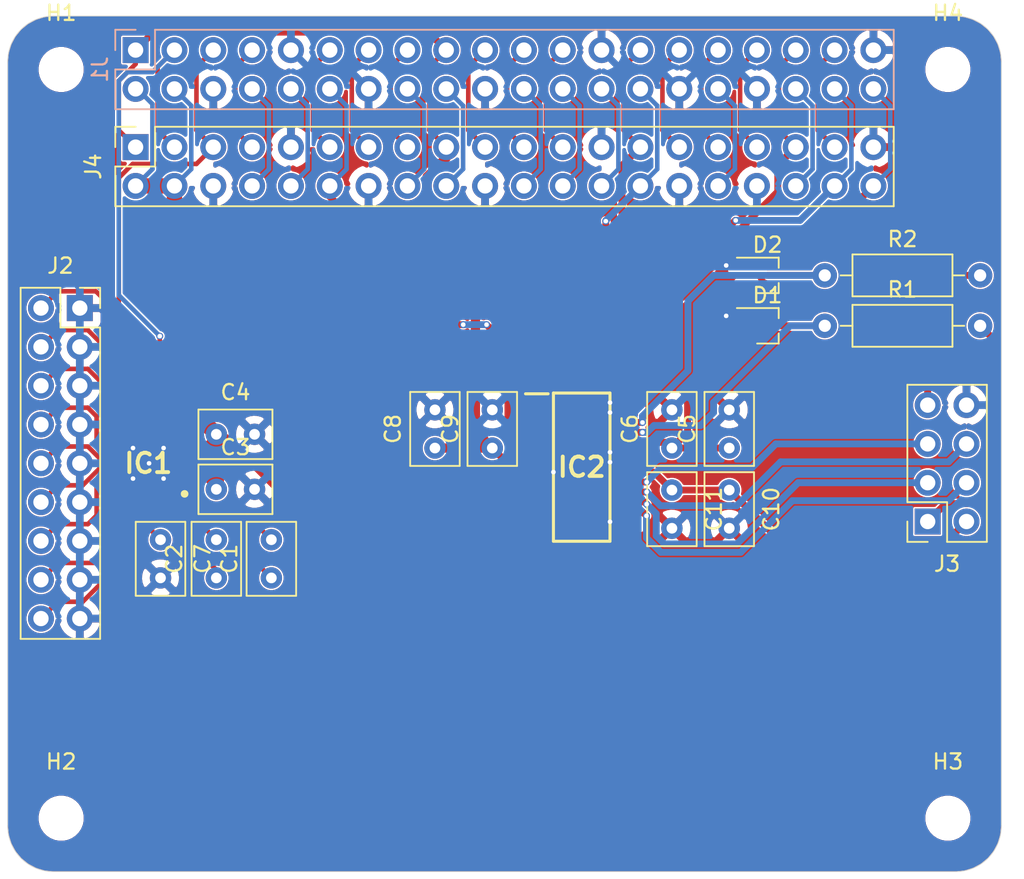
<source format=kicad_pcb>
(kicad_pcb (version 20171130) (host pcbnew "(5.1.10)-1")
  (layers (0 F.Cu signal) (31 B.Cu signal) (34 B.Paste user) (35 F.Paste user) (36 B.SilkS user) (37 F.SilkS user) (38 B.Mask user) (39 F.Mask user) (44 Edge.Cuts user))
  (net 0 "")
  (net 1 GND)
  (net 2 +3V3)
  (net 3 +5V)
  (net 4 /C1+)
  (net 5 /C1-)
  (net 6 /C2+)
  (net 7 /C2-)
  (net 8 /LED_VOUT)
  (net 9 /CODEC_VCOM)
  (net 10 /D1)
  (net 11 /D2)
  (net 12 /D3)
  (net 13 /D4)
  (net 14 /D5)
  (net 15 /D6)
  (net 16 /D7)
  (net 17 /D8)
  (net 18 /D9)
  (net 19 /SCL1)
  (net 20 /SDA1)
  (net 21 "Net-(IC1-Pad7)")
  (net 22 /CODEC_IN_R)
  (net 23 /CODEC_IN_L)
  (net 24 /CODEC_OUT_L+)
  (net 25 /CODEC_OUT_L-)
  (net 26 /CODEC_OUT_R+)
  (net 27 /CODEC_OUT_R-)
  (net 28 "Net-(IC2-Pad15)")
  (net 29 "Net-(IC2-Pad14)")
  (net 30 "Net-(IC2-Pad13)")
  (net 31 /PCM_DOUT)
  (net 32 "Net-(IC2-Pad11)")
  (net 33 "Net-(IC2-Pad10)")
  (net 34 "Net-(IC2-Pad9)")
  (net 35 "Net-(IC2-Pad6)")
  (net 36 /PCM_CLK)
  (net 37 /PCM_FS)
  (net 38 /PCM_DIN)
  (net 39 /SDA0)
  (net 40 /SCL0)
  (net 41 /GPIO26)
  (net 42 /GPIO16)
  (net 43 /GPIO13)
  (net 44 /GPIO12)
  (net 45 /GPIO06)
  (net 46 /GPIO05)
  (net 47 /GPIO7)
  (net 48 /GPIO08)
  (net 49 /GPIO11)
  (net 50 /GPIO25)
  (net 51 /GPIO09)
  (net 52 /GPIO10)
  (net 53 /GPIO24)
  (net 54 /GPIO23)
  (net 55 /GPIO22)
  (net 56 /GPIO27)
  (net 57 /GPIO17)
  (net 58 /GPIO15)
  (net 59 /GPIO14)
  (net 60 /GPIO04)
  (net 61 /AUDIO_IN_R)
  (net 62 /AUDIO_IN_L)
  (module Connector_PinHeader_2.54mm:PinHeader_2x20_P2.54mm_Vertical (layer B.Cu) (at 54.87 105.73 270)
    (fp_text reference J1 (at 1.27 2.33 90) (layer B.SilkS) (effects (justify mirror)))
    (fp_text value "GPIO Header")
    (pad 40 thru_hole oval (at 2.54 -48.26 270) (size 1.7 1.7) (drill 1) (layers *.Cu *.Mask) (net 31 /PCM_DOUT))
    (pad 39 thru_hole oval (at 0 -48.26 270) (size 1.7 1.7) (drill 1) (layers *.Cu *.Mask) (net 1 GND))
    (pad 38 thru_hole oval (at 2.54 -45.72 270) (size 1.7 1.7) (drill 1) (layers *.Cu *.Mask) (net 38 /PCM_DIN))
    (pad 37 thru_hole oval (at 0 -45.72 270) (size 1.7 1.7) (drill 1) (layers *.Cu *.Mask) (net 41 /GPIO26))
    (pad 36 thru_hole oval (at 2.54 -43.18 270) (size 1.7 1.7) (drill 1) (layers *.Cu *.Mask) (net 42 /GPIO16))
    (pad 35 thru_hole oval (at 0 -43.18 270) (size 1.7 1.7) (drill 1) (layers *.Cu *.Mask) (net 37 /PCM_FS))
    (pad 34 thru_hole oval (at 2.54 -40.64 270) (size 1.7 1.7) (drill 1) (layers *.Cu *.Mask) (net 1 GND))
    (pad 33 thru_hole oval (at 0 -40.64 270) (size 1.7 1.7) (drill 1) (layers *.Cu *.Mask) (net 43 /GPIO13))
    (pad 32 thru_hole oval (at 2.54 -38.1 270) (size 1.7 1.7) (drill 1) (layers *.Cu *.Mask) (net 44 /GPIO12))
    (pad 31 thru_hole oval (at 0 -38.1 270) (size 1.7 1.7) (drill 1) (layers *.Cu *.Mask) (net 45 /GPIO06))
    (pad 30 thru_hole oval (at 2.54 -35.56 270) (size 1.7 1.7) (drill 1) (layers *.Cu *.Mask) (net 1 GND))
    (pad 29 thru_hole oval (at 0 -35.56 270) (size 1.7 1.7) (drill 1) (layers *.Cu *.Mask) (net 46 /GPIO05))
    (pad 28 thru_hole oval (at 2.54 -33.02 270) (size 1.7 1.7) (drill 1) (layers *.Cu *.Mask) (net 40 /SCL0))
    (pad 27 thru_hole oval (at 0 -33.02 270) (size 1.7 1.7) (drill 1) (layers *.Cu *.Mask) (net 39 /SDA0))
    (pad 26 thru_hole oval (at 2.54 -30.48 270) (size 1.7 1.7) (drill 1) (layers *.Cu *.Mask) (net 47 /GPIO7))
    (pad 25 thru_hole oval (at 0 -30.48 270) (size 1.7 1.7) (drill 1) (layers *.Cu *.Mask) (net 1 GND))
    (pad 24 thru_hole oval (at 2.54 -27.94 270) (size 1.7 1.7) (drill 1) (layers *.Cu *.Mask) (net 48 /GPIO08))
    (pad 23 thru_hole oval (at 0 -27.94 270) (size 1.7 1.7) (drill 1) (layers *.Cu *.Mask) (net 49 /GPIO11))
    (pad 22 thru_hole oval (at 2.54 -25.4 270) (size 1.7 1.7) (drill 1) (layers *.Cu *.Mask) (net 50 /GPIO25))
    (pad 21 thru_hole oval (at 0 -25.4 270) (size 1.7 1.7) (drill 1) (layers *.Cu *.Mask) (net 51 /GPIO09))
    (pad 20 thru_hole oval (at 2.54 -22.86 270) (size 1.7 1.7) (drill 1) (layers *.Cu *.Mask) (net 1 GND))
    (pad 19 thru_hole oval (at 0 -22.86 270) (size 1.7 1.7) (drill 1) (layers *.Cu *.Mask) (net 52 /GPIO10))
    (pad 18 thru_hole oval (at 2.54 -20.32 270) (size 1.7 1.7) (drill 1) (layers *.Cu *.Mask) (net 53 /GPIO24))
    (pad 17 thru_hole oval (at 0 -20.32 270) (size 1.7 1.7) (drill 1) (layers *.Cu *.Mask) (net 2 +3V3))
    (pad 16 thru_hole oval (at 2.54 -17.78 270) (size 1.7 1.7) (drill 1) (layers *.Cu *.Mask) (net 54 /GPIO23))
    (pad 15 thru_hole oval (at 0 -17.78 270) (size 1.7 1.7) (drill 1) (layers *.Cu *.Mask) (net 55 /GPIO22))
    (pad 14 thru_hole oval (at 2.54 -15.24 270) (size 1.7 1.7) (drill 1) (layers *.Cu *.Mask) (net 1 GND))
    (pad 13 thru_hole oval (at 0 -15.24 270) (size 1.7 1.7) (drill 1) (layers *.Cu *.Mask) (net 56 /GPIO27))
    (pad 12 thru_hole oval (at 2.54 -12.7 270) (size 1.7 1.7) (drill 1) (layers *.Cu *.Mask) (net 36 /PCM_CLK))
    (pad 11 thru_hole oval (at 0 -12.7 270) (size 1.7 1.7) (drill 1) (layers *.Cu *.Mask) (net 57 /GPIO17))
    (pad 10 thru_hole oval (at 2.54 -10.16 270) (size 1.7 1.7) (drill 1) (layers *.Cu *.Mask) (net 58 /GPIO15))
    (pad 9 thru_hole oval (at 0 -10.16 270) (size 1.7 1.7) (drill 1) (layers *.Cu *.Mask) (net 1 GND))
    (pad 8 thru_hole oval (at 2.54 -7.62 270) (size 1.7 1.7) (drill 1) (layers *.Cu *.Mask) (net 59 /GPIO14))
    (pad 7 thru_hole oval (at 0 -7.62 270) (size 1.7 1.7) (drill 1) (layers *.Cu *.Mask) (net 60 /GPIO04))
    (pad 6 thru_hole oval (at 2.54 -5.08 270) (size 1.7 1.7) (drill 1) (layers *.Cu *.Mask) (net 1 GND))
    (pad 5 thru_hole oval (at 0 -5.08 270) (size 1.7 1.7) (drill 1) (layers *.Cu *.Mask) (net 19 /SCL1))
    (pad 4 thru_hole oval (at 2.54 -2.54 270) (size 1.7 1.7) (drill 1) (layers *.Cu *.Mask) (net 3 +5V))
    (pad 3 thru_hole oval (at 0 -2.54 270) (size 1.7 1.7) (drill 1) (layers *.Cu *.Mask) (net 20 /SDA1))
    (pad 2 thru_hole oval (at 2.54 0 270) (size 1.7 1.7) (drill 1) (layers *.Cu *.Mask) (net 3 +5V))
    (pad 1 thru_hole rect (at 0 0 270) (size 1.7 1.7) (drill 1) (layers *.Cu *.Mask) (net 2 +3V3))
  )
  (module Resistor_THT:R_Axial_DIN0207_L6.3mm_D2.5mm_P10.16mm_Horizontal (layer F.Cu) (at 99.95 123.775)
    (fp_text reference R1 (at 5.08 -2.37) (layer F.SilkS))
    (fp_text value 100)
    (pad 2 thru_hole oval (at 10.16 0) (size 1.6 1.6) (drill 0.8) (layers *.Cu *.Mask) (net 62 /AUDIO_IN_L))
    (pad 1 thru_hole circle (at 0 0) (size 1.6 1.6) (drill 0.8) (layers *.Cu *.Mask) (net 23 /CODEC_IN_L))
  )
  (module Capacitor_THT:C_Rect_L4.6mm_W3.0mm_P2.50mm_MKS02_FKP02 (layer F.Cu) (at 89.95 134.525 270)
    (fp_text reference C11 (at 1.25 -2.75 90) (layer F.SilkS))
    (fp_text value 100nF)
    (pad 2 thru_hole circle (at 2.5 0 270) (size 1.4 1.4) (drill 0.7) (layers *.Cu *.Mask) (net 1 GND))
    (pad 1 thru_hole circle (at 0 0 270) (size 1.4 1.4) (drill 0.7) (layers *.Cu *.Mask) (net 9 /CODEC_VCOM))
  )
  (module Capacitor_THT:C_Rect_L4.6mm_W3.0mm_P2.50mm_MKS02_FKP02 (layer F.Cu) (at 93.7 134.525 270)
    (fp_text reference C10 (at 1.25 -2.75 90) (layer F.SilkS))
    (fp_text value 10uF)
    (pad 2 thru_hole circle (at 2.5 0 270) (size 1.4 1.4) (drill 0.7) (layers *.Cu *.Mask) (net 1 GND))
    (pad 1 thru_hole circle (at 0 0 270) (size 1.4 1.4) (drill 0.7) (layers *.Cu *.Mask) (net 9 /CODEC_VCOM))
  )
  (module Capacitor_THT:C_Rect_L4.6mm_W3.0mm_P2.50mm_MKS02_FKP02 (layer F.Cu) (at 78.2 131.775 90)
    (fp_text reference C9 (at 1.25 -2.75 90) (layer F.SilkS))
    (fp_text value 100nF)
    (pad 2 thru_hole circle (at 2.5 0 90) (size 1.4 1.4) (drill 0.7) (layers *.Cu *.Mask) (net 1 GND))
    (pad 1 thru_hole circle (at 0 0 90) (size 1.4 1.4) (drill 0.7) (layers *.Cu *.Mask) (net 2 +3V3))
  )
  (module Capacitor_THT:C_Rect_L4.6mm_W3.0mm_P2.50mm_MKS02_FKP02 (layer F.Cu) (at 74.45 131.775 90)
    (fp_text reference C8 (at 1.25 -2.75 90) (layer F.SilkS))
    (fp_text value 10uF)
    (pad 2 thru_hole circle (at 2.5 0 90) (size 1.4 1.4) (drill 0.7) (layers *.Cu *.Mask) (net 1 GND))
    (pad 1 thru_hole circle (at 0 0 90) (size 1.4 1.4) (drill 0.7) (layers *.Cu *.Mask) (net 2 +3V3))
  )
  (module Capacitor_THT:C_Rect_L4.6mm_W3.0mm_P2.50mm_MKS02_FKP02 (layer F.Cu) (at 56.5 137.775 270)
    (fp_text reference C7 (at 1.25 -2.75 90) (layer F.SilkS))
    (fp_text value 1uF)
    (pad 2 thru_hole circle (at 2.5 0 270) (size 1.4 1.4) (drill 0.7) (layers *.Cu *.Mask) (net 1 GND))
    (pad 1 thru_hole circle (at 0 0 270) (size 1.4 1.4) (drill 0.7) (layers *.Cu *.Mask) (net 8 /LED_VOUT))
  )
  (module Capacitor_THT:C_Rect_L4.6mm_W3.0mm_P2.50mm_MKS02_FKP02 (layer F.Cu) (at 89.95 131.775 90)
    (fp_text reference C6 (at 1.25 -2.75 90) (layer F.SilkS))
    (fp_text value 100nF)
    (pad 2 thru_hole circle (at 2.5 0 90) (size 1.4 1.4) (drill 0.7) (layers *.Cu *.Mask) (net 1 GND))
    (pad 1 thru_hole circle (at 0 0 90) (size 1.4 1.4) (drill 0.7) (layers *.Cu *.Mask) (net 3 +5V))
  )
  (module Capacitor_THT:C_Rect_L4.6mm_W3.0mm_P2.50mm_MKS02_FKP02 (layer F.Cu) (at 93.7 131.775 90)
    (fp_text reference C5 (at 1.25 -2.75 90) (layer F.SilkS))
    (fp_text value 10uF)
    (pad 2 thru_hole circle (at 2.5 0 90) (size 1.4 1.4) (drill 0.7) (layers *.Cu *.Mask) (net 1 GND))
    (pad 1 thru_hole circle (at 0 0 90) (size 1.4 1.4) (drill 0.7) (layers *.Cu *.Mask) (net 3 +5V))
  )
  (module Capacitor_THT:C_Rect_L4.6mm_W3.0mm_P2.50mm_MKS02_FKP02 (layer F.Cu) (at 60.15 130.875)
    (fp_text reference C4 (at 1.25 -2.75) (layer F.SilkS))
    (fp_text value 1uF)
    (pad 2 thru_hole circle (at 2.5 0) (size 1.4 1.4) (drill 0.7) (layers *.Cu *.Mask) (net 1 GND))
    (pad 1 thru_hole circle (at 0 0) (size 1.4 1.4) (drill 0.7) (layers *.Cu *.Mask) (net 3 +5V))
  )
  (module Capacitor_THT:C_Rect_L4.6mm_W3.0mm_P2.50mm_MKS02_FKP02 (layer F.Cu) (at 60.15 134.475)
    (fp_text reference C3 (at 1.25 -2.75) (layer F.SilkS))
    (fp_text value 100nF)
    (pad 2 thru_hole circle (at 2.5 0) (size 1.4 1.4) (drill 0.7) (layers *.Cu *.Mask) (net 1 GND))
    (pad 1 thru_hole circle (at 0 0) (size 1.4 1.4) (drill 0.7) (layers *.Cu *.Mask) (net 3 +5V))
  )
  (module Capacitor_THT:C_Rect_L4.6mm_W3.0mm_P2.50mm_MKS02_FKP02 (layer F.Cu) (at 60.15 140.275 90)
    (fp_text reference C2 (at 1.25 -2.75 90) (layer F.SilkS))
    (fp_text value 470nF)
    (pad 2 thru_hole circle (at 2.5 0 90) (size 1.4 1.4) (drill 0.7) (layers *.Cu *.Mask) (net 6 /C2+))
    (pad 1 thru_hole circle (at 0 0 90) (size 1.4 1.4) (drill 0.7) (layers *.Cu *.Mask) (net 7 /C2-))
  )
  (module Capacitor_THT:C_Rect_L4.6mm_W3.0mm_P2.50mm_MKS02_FKP02 (layer F.Cu) (at 63.75 140.275 90)
    (fp_text reference C1 (at 1.25 -2.75 90) (layer F.SilkS))
    (fp_text value 470nF)
    (pad 2 thru_hole circle (at 2.5 0 90) (size 1.4 1.4) (drill 0.7) (layers *.Cu *.Mask) (net 4 /C1+))
    (pad 1 thru_hole circle (at 0 0 90) (size 1.4 1.4) (drill 0.7) (layers *.Cu *.Mask) (net 5 /C1-))
  )
  (module Connector_PinSocket_2.54mm:PinSocket_2x09_P2.54mm_Vertical (layer F.Cu) (at 51.22 122.615)
    (fp_text reference J2 (at -1.27 -2.77) (layer F.SilkS))
    (fp_text value "LED Socket")
    (pad 18 thru_hole oval (at -2.54 20.32) (size 1.7 1.7) (drill 1) (layers *.Cu *.Mask) (net 10 /D1))
    (pad 17 thru_hole oval (at 0 20.32) (size 1.7 1.7) (drill 1) (layers *.Cu *.Mask) (net 1 GND))
    (pad 16 thru_hole oval (at -2.54 17.78) (size 1.7 1.7) (drill 1) (layers *.Cu *.Mask) (net 11 /D2))
    (pad 15 thru_hole oval (at 0 17.78) (size 1.7 1.7) (drill 1) (layers *.Cu *.Mask) (net 1 GND))
    (pad 14 thru_hole oval (at -2.54 15.24) (size 1.7 1.7) (drill 1) (layers *.Cu *.Mask) (net 12 /D3))
    (pad 13 thru_hole oval (at 0 15.24) (size 1.7 1.7) (drill 1) (layers *.Cu *.Mask) (net 1 GND))
    (pad 12 thru_hole oval (at -2.54 12.7) (size 1.7 1.7) (drill 1) (layers *.Cu *.Mask) (net 13 /D4))
    (pad 11 thru_hole oval (at 0 12.7) (size 1.7 1.7) (drill 1) (layers *.Cu *.Mask) (net 1 GND))
    (pad 10 thru_hole oval (at -2.54 10.16) (size 1.7 1.7) (drill 1) (layers *.Cu *.Mask) (net 14 /D5))
    (pad 9 thru_hole oval (at 0 10.16) (size 1.7 1.7) (drill 1) (layers *.Cu *.Mask) (net 1 GND))
    (pad 8 thru_hole oval (at -2.54 7.62) (size 1.7 1.7) (drill 1) (layers *.Cu *.Mask) (net 15 /D6))
    (pad 7 thru_hole oval (at 0 7.62) (size 1.7 1.7) (drill 1) (layers *.Cu *.Mask) (net 1 GND))
    (pad 6 thru_hole oval (at -2.54 5.08) (size 1.7 1.7) (drill 1) (layers *.Cu *.Mask) (net 16 /D7))
    (pad 5 thru_hole oval (at 0 5.08) (size 1.7 1.7) (drill 1) (layers *.Cu *.Mask) (net 1 GND))
    (pad 4 thru_hole oval (at -2.54 2.54) (size 1.7 1.7) (drill 1) (layers *.Cu *.Mask) (net 17 /D8))
    (pad 3 thru_hole oval (at 0 2.54) (size 1.7 1.7) (drill 1) (layers *.Cu *.Mask) (net 1 GND))
    (pad 2 thru_hole oval (at -2.54 0) (size 1.7 1.7) (drill 1) (layers *.Cu *.Mask) (net 18 /D9))
    (pad 1 thru_hole rect (at 0 0) (size 1.7 1.7) (drill 1) (layers *.Cu *.Mask) (net 1 GND))
  )
  (module Connector_PinSocket_2.54mm:PinSocket_2x04_P2.54mm_Vertical (layer F.Cu) (at 106.68 136.585 180)
    (fp_text reference J3 (at -1.27 -2.77) (layer F.SilkS))
    (fp_text value "Audio IO Socket")
    (pad 8 thru_hole oval (at -2.54 7.62 180) (size 1.7 1.7) (drill 1) (layers *.Cu *.Mask) (net 1 GND))
    (pad 7 thru_hole oval (at 0 7.62 180) (size 1.7 1.7) (drill 1) (layers *.Cu *.Mask) (net 61 /AUDIO_IN_R))
    (pad 6 thru_hole oval (at -2.54 5.08 180) (size 1.7 1.7) (drill 1) (layers *.Cu *.Mask) (net 25 /CODEC_OUT_L-))
    (pad 5 thru_hole oval (at 0 5.08 180) (size 1.7 1.7) (drill 1) (layers *.Cu *.Mask) (net 24 /CODEC_OUT_L+))
    (pad 4 thru_hole oval (at -2.54 2.54 180) (size 1.7 1.7) (drill 1) (layers *.Cu *.Mask) (net 27 /CODEC_OUT_R-))
    (pad 3 thru_hole oval (at 0 2.54 180) (size 1.7 1.7) (drill 1) (layers *.Cu *.Mask) (net 26 /CODEC_OUT_R+))
    (pad 2 thru_hole oval (at -2.54 0 180) (size 1.7 1.7) (drill 1) (layers *.Cu *.Mask) (net 9 /CODEC_VCOM))
    (pad 1 thru_hole rect (at 0 0 180) (size 1.7 1.7) (drill 1) (layers *.Cu *.Mask) (net 62 /AUDIO_IN_L))
  )
  (module Package_TO_SOT_SMD:SOT-323_SC-70_Handsoldering (layer F.Cu) (at 96.2 120.475)
    (fp_text reference D2 (at 0 -2) (layer F.SilkS))
    (fp_text value BAT54S)
    (pad 3 smd rect (at 1.33 0 270) (size 0.45 1.5) (layers F.Cu F.Paste F.Mask) (net 22 /CODEC_IN_R))
    (pad 2 smd rect (at -1.33 0.65 270) (size 0.45 1.5) (layers F.Cu F.Paste F.Mask) (net 3 +5V))
    (pad 1 smd rect (at -1.33 -0.65 270) (size 0.45 1.5) (layers F.Cu F.Paste F.Mask) (net 1 GND))
  )
  (module Package_TO_SOT_SMD:SOT-323_SC-70_Handsoldering (layer F.Cu) (at 96.2 123.775)
    (fp_text reference D1 (at 0 -2) (layer F.SilkS))
    (fp_text value BAT54S)
    (pad 3 smd rect (at 1.33 0 270) (size 0.45 1.5) (layers F.Cu F.Paste F.Mask) (net 23 /CODEC_IN_L))
    (pad 2 smd rect (at -1.33 0.65 270) (size 0.45 1.5) (layers F.Cu F.Paste F.Mask) (net 3 +5V))
    (pad 1 smd rect (at -1.33 -0.65 270) (size 0.45 1.5) (layers F.Cu F.Paste F.Mask) (net 1 GND))
  )
  (module Omat:MountingHole_2.75mm_M2.5 (layer F.Cu) (at 108 156)
    (fp_text reference H3 (at 0 -3.7) (layer F.SilkS))
    (fp_text value MountingHole)
    (pad "" np_thru_hole circle (at 0 0) (size 2.75 2.75) (drill 2.75) (layers *.Cu *.Mask))
  )
  (module Resistor_THT:R_Axial_DIN0207_L6.3mm_D2.5mm_P10.16mm_Horizontal (layer F.Cu) (at 99.95 120.475)
    (fp_text reference R2 (at 5.08 -2.37) (layer F.SilkS))
    (fp_text value 100)
    (pad 2 thru_hole oval (at 10.16 0) (size 1.6 1.6) (drill 0.8) (layers *.Cu *.Mask) (net 61 /AUDIO_IN_R))
    (pad 1 thru_hole circle (at 0 0) (size 1.6 1.6) (drill 0.8) (layers *.Cu *.Mask) (net 22 /CODEC_IN_R))
  )
  (module Connector_PinSocket_2.54mm:PinSocket_2x20_P2.54mm_Vertical (layer F.Cu) (at 54.87 112.08 90)
    (fp_text reference J4 (at -1.27 -2.77 90) (layer F.SilkS))
    (fp_text value "GPIO Socket")
    (pad 40 thru_hole oval (at -2.54 48.26 90) (size 1.7 1.7) (drill 1) (layers *.Cu *.Mask) (net 31 /PCM_DOUT))
    (pad 39 thru_hole oval (at 0 48.26 90) (size 1.7 1.7) (drill 1) (layers *.Cu *.Mask) (net 1 GND))
    (pad 38 thru_hole oval (at -2.54 45.72 90) (size 1.7 1.7) (drill 1) (layers *.Cu *.Mask) (net 38 /PCM_DIN))
    (pad 37 thru_hole oval (at 0 45.72 90) (size 1.7 1.7) (drill 1) (layers *.Cu *.Mask) (net 41 /GPIO26))
    (pad 36 thru_hole oval (at -2.54 43.18 90) (size 1.7 1.7) (drill 1) (layers *.Cu *.Mask) (net 42 /GPIO16))
    (pad 35 thru_hole oval (at 0 43.18 90) (size 1.7 1.7) (drill 1) (layers *.Cu *.Mask) (net 37 /PCM_FS))
    (pad 34 thru_hole oval (at -2.54 40.64 90) (size 1.7 1.7) (drill 1) (layers *.Cu *.Mask) (net 1 GND))
    (pad 33 thru_hole oval (at 0 40.64 90) (size 1.7 1.7) (drill 1) (layers *.Cu *.Mask) (net 43 /GPIO13))
    (pad 32 thru_hole oval (at -2.54 38.1 90) (size 1.7 1.7) (drill 1) (layers *.Cu *.Mask) (net 44 /GPIO12))
    (pad 31 thru_hole oval (at 0 38.1 90) (size 1.7 1.7) (drill 1) (layers *.Cu *.Mask) (net 45 /GPIO06))
    (pad 30 thru_hole oval (at -2.54 35.56 90) (size 1.7 1.7) (drill 1) (layers *.Cu *.Mask) (net 1 GND))
    (pad 29 thru_hole oval (at 0 35.56 90) (size 1.7 1.7) (drill 1) (layers *.Cu *.Mask) (net 46 /GPIO05))
    (pad 28 thru_hole oval (at -2.54 33.02 90) (size 1.7 1.7) (drill 1) (layers *.Cu *.Mask) (net 40 /SCL0))
    (pad 27 thru_hole oval (at 0 33.02 90) (size 1.7 1.7) (drill 1) (layers *.Cu *.Mask) (net 39 /SDA0))
    (pad 26 thru_hole oval (at -2.54 30.48 90) (size 1.7 1.7) (drill 1) (layers *.Cu *.Mask) (net 47 /GPIO7))
    (pad 25 thru_hole oval (at 0 30.48 90) (size 1.7 1.7) (drill 1) (layers *.Cu *.Mask) (net 1 GND))
    (pad 24 thru_hole oval (at -2.54 27.94 90) (size 1.7 1.7) (drill 1) (layers *.Cu *.Mask) (net 48 /GPIO08))
    (pad 23 thru_hole oval (at 0 27.94 90) (size 1.7 1.7) (drill 1) (layers *.Cu *.Mask) (net 49 /GPIO11))
    (pad 22 thru_hole oval (at -2.54 25.4 90) (size 1.7 1.7) (drill 1) (layers *.Cu *.Mask) (net 50 /GPIO25))
    (pad 21 thru_hole oval (at 0 25.4 90) (size 1.7 1.7) (drill 1) (layers *.Cu *.Mask) (net 51 /GPIO09))
    (pad 20 thru_hole oval (at -2.54 22.86 90) (size 1.7 1.7) (drill 1) (layers *.Cu *.Mask) (net 1 GND))
    (pad 19 thru_hole oval (at 0 22.86 90) (size 1.7 1.7) (drill 1) (layers *.Cu *.Mask) (net 52 /GPIO10))
    (pad 18 thru_hole oval (at -2.54 20.32 90) (size 1.7 1.7) (drill 1) (layers *.Cu *.Mask) (net 53 /GPIO24))
    (pad 17 thru_hole oval (at 0 20.32 90) (size 1.7 1.7) (drill 1) (layers *.Cu *.Mask) (net 2 +3V3))
    (pad 16 thru_hole oval (at -2.54 17.78 90) (size 1.7 1.7) (drill 1) (layers *.Cu *.Mask) (net 54 /GPIO23))
    (pad 15 thru_hole oval (at 0 17.78 90) (size 1.7 1.7) (drill 1) (layers *.Cu *.Mask) (net 55 /GPIO22))
    (pad 14 thru_hole oval (at -2.54 15.24 90) (size 1.7 1.7) (drill 1) (layers *.Cu *.Mask) (net 1 GND))
    (pad 13 thru_hole oval (at 0 15.24 90) (size 1.7 1.7) (drill 1) (layers *.Cu *.Mask) (net 56 /GPIO27))
    (pad 12 thru_hole oval (at -2.54 12.7 90) (size 1.7 1.7) (drill 1) (layers *.Cu *.Mask) (net 36 /PCM_CLK))
    (pad 11 thru_hole oval (at 0 12.7 90) (size 1.7 1.7) (drill 1) (layers *.Cu *.Mask) (net 57 /GPIO17))
    (pad 10 thru_hole oval (at -2.54 10.16 90) (size 1.7 1.7) (drill 1) (layers *.Cu *.Mask) (net 58 /GPIO15))
    (pad 9 thru_hole oval (at 0 10.16 90) (size 1.7 1.7) (drill 1) (layers *.Cu *.Mask) (net 1 GND))
    (pad 8 thru_hole oval (at -2.54 7.62 90) (size 1.7 1.7) (drill 1) (layers *.Cu *.Mask) (net 59 /GPIO14))
    (pad 7 thru_hole oval (at 0 7.62 90) (size 1.7 1.7) (drill 1) (layers *.Cu *.Mask) (net 60 /GPIO04))
    (pad 6 thru_hole oval (at -2.54 5.08 90) (size 1.7 1.7) (drill 1) (layers *.Cu *.Mask) (net 1 GND))
    (pad 5 thru_hole oval (at 0 5.08 90) (size 1.7 1.7) (drill 1) (layers *.Cu *.Mask) (net 19 /SCL1))
    (pad 4 thru_hole oval (at -2.54 2.54 90) (size 1.7 1.7) (drill 1) (layers *.Cu *.Mask) (net 3 +5V))
    (pad 3 thru_hole oval (at 0 2.54 90) (size 1.7 1.7) (drill 1) (layers *.Cu *.Mask) (net 20 /SDA1))
    (pad 2 thru_hole oval (at -2.54 0 90) (size 1.7 1.7) (drill 1) (layers *.Cu *.Mask) (net 3 +5V))
    (pad 1 thru_hole rect (at 0 0 90) (size 1.7 1.7) (drill 1) (layers *.Cu *.Mask) (net 2 +3V3))
  )
  (module SamacSys:SOP65P640X120-28N (layer F.Cu) (at 84.05 133.025)
    (fp_text reference IC2 (at 0 0) (layer F.SilkS) (effects (font (size 1.27 1.27) (thickness 0.254))))
    (fp_text value PCM3060PW hide)
    (pad 28 smd rect (at 2.938 -4.225 90) (size 0.45 1.475) (layers F.Cu F.Paste F.Mask) (net 1 GND))
    (pad 27 smd rect (at 2.938 -3.575 90) (size 0.45 1.475) (layers F.Cu F.Paste F.Mask) (net 1 GND))
    (pad 26 smd rect (at 2.938 -2.925 90) (size 0.45 1.475) (layers F.Cu F.Paste F.Mask) (net 22 /CODEC_IN_R))
    (pad 25 smd rect (at 2.938 -2.275 90) (size 0.45 1.475) (layers F.Cu F.Paste F.Mask) (net 23 /CODEC_IN_L))
    (pad 24 smd rect (at 2.938 -1.625 90) (size 0.45 1.475) (layers F.Cu F.Paste F.Mask) (net 3 +5V))
    (pad 23 smd rect (at 2.938 -0.975 90) (size 0.45 1.475) (layers F.Cu F.Paste F.Mask) (net 1 GND))
    (pad 22 smd rect (at 2.938 -0.325 90) (size 0.45 1.475) (layers F.Cu F.Paste F.Mask) (net 1 GND))
    (pad 21 smd rect (at 2.938 0.325 90) (size 0.45 1.475) (layers F.Cu F.Paste F.Mask) (net 9 /CODEC_VCOM))
    (pad 20 smd rect (at 2.938 0.975 90) (size 0.45 1.475) (layers F.Cu F.Paste F.Mask) (net 24 /CODEC_OUT_L+))
    (pad 19 smd rect (at 2.938 1.625 90) (size 0.45 1.475) (layers F.Cu F.Paste F.Mask) (net 25 /CODEC_OUT_L-))
    (pad 18 smd rect (at 2.938 2.275 90) (size 0.45 1.475) (layers F.Cu F.Paste F.Mask) (net 26 /CODEC_OUT_R+))
    (pad 17 smd rect (at 2.938 2.925 90) (size 0.45 1.475) (layers F.Cu F.Paste F.Mask) (net 27 /CODEC_OUT_R-))
    (pad 16 smd rect (at 2.938 3.575 90) (size 0.45 1.475) (layers F.Cu F.Paste F.Mask) (net 1 GND))
    (pad 15 smd rect (at 2.938 4.225 90) (size 0.45 1.475) (layers F.Cu F.Paste F.Mask) (net 28 "Net-(IC2-Pad15)"))
    (pad 14 smd rect (at -2.938 4.225 90) (size 0.45 1.475) (layers F.Cu F.Paste F.Mask) (net 29 "Net-(IC2-Pad14)"))
    (pad 13 smd rect (at -2.938 3.575 90) (size 0.45 1.475) (layers F.Cu F.Paste F.Mask) (net 30 "Net-(IC2-Pad13)"))
    (pad 12 smd rect (at -2.938 2.925 90) (size 0.45 1.475) (layers F.Cu F.Paste F.Mask) (net 31 /PCM_DOUT))
    (pad 11 smd rect (at -2.938 2.275 90) (size 0.45 1.475) (layers F.Cu F.Paste F.Mask) (net 32 "Net-(IC2-Pad11)"))
    (pad 10 smd rect (at -2.938 1.625 90) (size 0.45 1.475) (layers F.Cu F.Paste F.Mask) (net 33 "Net-(IC2-Pad10)"))
    (pad 9 smd rect (at -2.938 0.975 90) (size 0.45 1.475) (layers F.Cu F.Paste F.Mask) (net 34 "Net-(IC2-Pad9)"))
    (pad 8 smd rect (at -2.938 0.325 90) (size 0.45 1.475) (layers F.Cu F.Paste F.Mask) (net 1 GND))
    (pad 7 smd rect (at -2.938 -0.325 90) (size 0.45 1.475) (layers F.Cu F.Paste F.Mask) (net 2 +3V3))
    (pad 6 smd rect (at -2.938 -0.975 90) (size 0.45 1.475) (layers F.Cu F.Paste F.Mask) (net 35 "Net-(IC2-Pad6)"))
    (pad 5 smd rect (at -2.938 -1.625 90) (size 0.45 1.475) (layers F.Cu F.Paste F.Mask) (net 36 /PCM_CLK))
    (pad 4 smd rect (at -2.938 -2.275 90) (size 0.45 1.475) (layers F.Cu F.Paste F.Mask) (net 37 /PCM_FS))
    (pad 3 smd rect (at -2.938 -2.925 90) (size 0.45 1.475) (layers F.Cu F.Paste F.Mask) (net 38 /PCM_DIN))
    (pad 2 smd rect (at -2.938 -3.575 90) (size 0.45 1.475) (layers F.Cu F.Paste F.Mask) (net 39 /SDA0))
    (pad 1 smd rect (at -2.938 -4.225 90) (size 0.45 1.475) (layers F.Cu F.Paste F.Mask) (net 40 /SCL0))
  )
  (module SamacSys:QFN50P400X400X80-25N (layer F.Cu) (at 55.7 132.775 180)
    (fp_text reference IC1 (at 0 0) (layer F.SilkS) (effects (font (size 1.27 1.27) (thickness 0.254))))
    (fp_text value LP55231 hide)
    (pad 25 smd rect (at 0 0 180) (size 2.7 2.7) (layers F.Cu F.Paste F.Mask) (net 1 GND))
    (pad 24 smd rect (at -1.25 -1.95 180) (size 0.3 0.85) (layers F.Cu F.Paste F.Mask) (net 5 /C1-))
    (pad 23 smd rect (at -0.75 -1.95 180) (size 0.3 0.85) (layers F.Cu F.Paste F.Mask) (net 7 /C2-))
    (pad 22 smd rect (at -0.25 -1.95 180) (size 0.3 0.85) (layers F.Cu F.Paste F.Mask) (net 8 /LED_VOUT))
    (pad 21 smd rect (at 0.25 -1.95 180) (size 0.3 0.85) (layers F.Cu F.Paste F.Mask) (net 1 GND))
    (pad 20 smd rect (at 0.75 -1.95 180) (size 0.3 0.85) (layers F.Cu F.Paste F.Mask) (net 1 GND))
    (pad 19 smd rect (at 1.25 -1.95 180) (size 0.3 0.85) (layers F.Cu F.Paste F.Mask) (net 10 /D1))
    (pad 18 smd rect (at 1.95 -1.25 270) (size 0.3 0.85) (layers F.Cu F.Paste F.Mask) (net 11 /D2))
    (pad 17 smd rect (at 1.95 -0.75 270) (size 0.3 0.85) (layers F.Cu F.Paste F.Mask) (net 12 /D3))
    (pad 16 smd rect (at 1.95 -0.25 270) (size 0.3 0.85) (layers F.Cu F.Paste F.Mask) (net 13 /D4))
    (pad 15 smd rect (at 1.95 0.25 270) (size 0.3 0.85) (layers F.Cu F.Paste F.Mask) (net 14 /D5))
    (pad 14 smd rect (at 1.95 0.75 270) (size 0.3 0.85) (layers F.Cu F.Paste F.Mask) (net 15 /D6))
    (pad 13 smd rect (at 1.95 1.25 270) (size 0.3 0.85) (layers F.Cu F.Paste F.Mask) (net 16 /D7))
    (pad 12 smd rect (at 1.25 1.95 180) (size 0.3 0.85) (layers F.Cu F.Paste F.Mask) (net 17 /D8))
    (pad 11 smd rect (at 0.75 1.95 180) (size 0.3 0.85) (layers F.Cu F.Paste F.Mask) (net 18 /D9))
    (pad 10 smd rect (at 0.25 1.95 180) (size 0.3 0.85) (layers F.Cu F.Paste F.Mask) (net 1 GND))
    (pad 9 smd rect (at -0.25 1.95 180) (size 0.3 0.85) (layers F.Cu F.Paste F.Mask) (net 19 /SCL1))
    (pad 8 smd rect (at -0.75 1.95 180) (size 0.3 0.85) (layers F.Cu F.Paste F.Mask) (net 20 /SDA1))
    (pad 7 smd rect (at -1.25 1.95 180) (size 0.3 0.85) (layers F.Cu F.Paste F.Mask) (net 21 "Net-(IC1-Pad7)"))
    (pad 6 smd rect (at -1.95 1.25 270) (size 0.3 0.85) (layers F.Cu F.Paste F.Mask) (net 1 GND))
    (pad 5 smd rect (at -1.95 0.75 270) (size 0.3 0.85) (layers F.Cu F.Paste F.Mask) (net 3 +5V))
    (pad 4 smd rect (at -1.95 0.25 270) (size 0.3 0.85) (layers F.Cu F.Paste F.Mask) (net 1 GND))
    (pad 3 smd rect (at -1.95 -0.25 270) (size 0.3 0.85) (layers F.Cu F.Paste F.Mask) (net 3 +5V))
    (pad 2 smd rect (at -1.95 -0.75 270) (size 0.3 0.85) (layers F.Cu F.Paste F.Mask) (net 4 /C1+))
    (pad 1 smd rect (at -1.95 -1.25 270) (size 0.3 0.85) (layers F.Cu F.Paste F.Mask) (net 6 /C2+))
  )
  (module Omat:MountingHole_2.75mm_M2.5 (layer F.Cu) (at 108 107)
    (fp_text reference H4 (at 0 -3.7) (layer F.SilkS))
    (fp_text value MountingHole)
    (pad "" np_thru_hole circle (at 0 0) (size 2.75 2.75) (drill 2.75) (layers *.Cu *.Mask))
  )
  (module Omat:MountingHole_2.75mm_M2.5 (layer F.Cu) (at 50 156)
    (fp_text reference H2 (at 0 -3.7) (layer F.SilkS))
    (fp_text value MountingHole)
    (pad "" np_thru_hole circle (at 0 0) (size 2.75 2.75) (drill 2.75) (layers *.Cu *.Mask))
  )
  (module Omat:MountingHole_2.75mm_M2.5 (layer F.Cu) (at 50 107)
    (fp_text reference H1 (at 0 -3.7) (layer F.SilkS))
    (fp_text value MountingHole)
    (pad "" np_thru_hole circle (at 0 0) (size 2.75 2.75) (drill 2.75) (layers *.Cu *.Mask))
  )
  (gr_line (start 46.5 156.5) (end 46.5 106.5) (layer Edge.Cuts) (width 0.05))
  (gr_line (start 108.5 159.5) (end 49.5 159.5) (layer Edge.Cuts) (width 0.05))
  (gr_line (start 111.5 106.5) (end 111.5 156.5) (layer Edge.Cuts) (width 0.05))
  (gr_line (start 49.5 103.5) (end 108.5 103.5) (layer Edge.Cuts) (width 0.05))
  (gr_arc (start 49.5 156.5) (end 46.5 156.5) (angle -90) (layer Edge.Cuts) (width 0.05))
  (gr_arc (start 108.5 156.5) (end 108.5 159.5) (angle -90) (layer Edge.Cuts) (width 0.05))
  (gr_arc (start 108.5 106.5) (end 111.5 106.5) (angle -90) (layer Edge.Cuts) (width 0.05))
  (gr_arc (start 49.5 106.5) (end 49.5 103.5) (angle -90) (layer Edge.Cuts) (width 0.05))
  (via (at 54.7 133.775) (size 0.45) (drill 0.3) (layers F.Cu B.Cu) (net 1))
  (via (at 54.7 131.775) (size 0.45) (drill 0.3) (layers F.Cu B.Cu) (net 1))
  (via (at 56.7 131.775) (size 0.45) (drill 0.3) (layers F.Cu B.Cu) (net 1))
  (via (at 56.7 133.775) (size 0.45) (drill 0.3) (layers F.Cu B.Cu) (net 1))
  (via (at 55.75 132.775) (size 0.45) (drill 0.3) (layers F.Cu B.Cu) (net 1))
  (via (at 85.9 136.6) (size 0.45) (drill 0.3) (layers F.Cu B.Cu) (net 1))
  (segment (start 86.988 136.6) (end 85.9 136.6) (width 0.45) (layer F.Cu) (net 1))
  (via (at 82.2 133.35) (size 0.45) (drill 0.3) (layers F.Cu B.Cu) (net 1))
  (segment (start 81.112 133.35) (end 82.2 133.35) (width 0.45) (layer F.Cu) (net 1))
  (via (at 85.9 132.7) (size 0.45) (drill 0.3) (layers F.Cu B.Cu) (net 1))
  (segment (start 86.988 132.7) (end 85.9 132.7) (width 0.45) (layer F.Cu) (net 1))
  (via (at 85.9 132.05) (size 0.45) (drill 0.3) (layers F.Cu B.Cu) (net 1))
  (segment (start 86.988 132.05) (end 85.9 132.05) (width 0.45) (layer F.Cu) (net 1))
  (via (at 85.9 129.45) (size 0.45) (drill 0.3) (layers F.Cu B.Cu) (net 1))
  (segment (start 86.988 129.45) (end 85.9 129.45) (width 0.45) (layer F.Cu) (net 1))
  (via (at 85.9 128.8) (size 0.45) (drill 0.3) (layers F.Cu B.Cu) (net 1))
  (segment (start 86.988 128.8) (end 85.9 128.8) (width 0.45) (layer F.Cu) (net 1))
  (via (at 93.5 123.125) (size 0.45) (drill 0.3) (layers F.Cu B.Cu) (net 1))
  (segment (start 94.87 123.125) (end 93.5 123.125) (width 0.45) (layer F.Cu) (net 1))
  (segment (start 94.87 119.825) (end 93.5 119.825) (width 0.45) (layer F.Cu) (net 1))
  (segment (start 93.5 119.825) (end 93.5 119.825) (width 0.45) (layer F.Cu) (net 1))
  (via (at 93.5 119.825) (size 0.45) (drill 0.3) (layers F.Cu B.Cu) (net 1))
  (segment (start 56.95 131.525) (end 55.7 132.775) (width 0.3) (layer F.Cu) (net 1))
  (segment (start 57.65 131.525) (end 56.95 131.525) (width 0.3) (layer F.Cu) (net 1))
  (segment (start 55.45 132.525) (end 55.7 132.775) (width 0.3) (layer F.Cu) (net 1))
  (segment (start 55.45 130.825) (end 55.45 132.525) (width 0.3) (layer F.Cu) (net 1))
  (segment (start 55.95 132.525) (end 55.7 132.775) (width 0.3) (layer F.Cu) (net 1))
  (segment (start 57.65 132.525) (end 55.95 132.525) (width 0.3) (layer F.Cu) (net 1))
  (segment (start 55.45 133.025) (end 55.7 132.775) (width 0.3) (layer F.Cu) (net 1))
  (segment (start 55.45 134.725) (end 55.45 133.025) (width 0.3) (layer F.Cu) (net 1))
  (segment (start 54.95 133.525) (end 55.7 132.775) (width 0.3) (layer F.Cu) (net 1))
  (segment (start 54.95 134.725) (end 54.95 133.525) (width 0.3) (layer F.Cu) (net 1))
  (segment (start 68.934999 107.094999) (end 70.11 108.27) (width 0.45) (layer B.Cu) (net 1))
  (segment (start 66.394999 107.094999) (end 68.934999 107.094999) (width 0.45) (layer B.Cu) (net 1))
  (segment (start 65.03 105.73) (end 66.394999 107.094999) (width 0.45) (layer B.Cu) (net 1))
  (segment (start 89.254999 107.094999) (end 90.43 108.27) (width 0.45) (layer B.Cu) (net 1))
  (segment (start 86.714999 107.094999) (end 89.254999 107.094999) (width 0.45) (layer B.Cu) (net 1))
  (segment (start 85.35 105.73) (end 86.714999 107.094999) (width 0.45) (layer B.Cu) (net 1))
  (segment (start 94.334999 107.094999) (end 95.51 108.27) (width 0.45) (layer B.Cu) (net 1))
  (segment (start 91.605001 107.094999) (end 94.334999 107.094999) (width 0.45) (layer B.Cu) (net 1))
  (segment (start 90.43 108.27) (end 91.605001 107.094999) (width 0.45) (layer B.Cu) (net 1))
  (segment (start 79.125 132.7) (end 78.2 131.775) (width 0.45) (layer F.Cu) (net 2))
  (segment (start 81.112 132.7) (end 79.125 132.7) (width 0.45) (layer F.Cu) (net 2))
  (segment (start 53.769999 110.979999) (end 54.87 112.08) (width 0.3) (layer F.Cu) (net 2))
  (segment (start 53.769999 107.741999) (end 53.769999 110.979999) (width 0.3) (layer F.Cu) (net 2))
  (segment (start 54.87 106.641998) (end 53.769999 107.741999) (width 0.3) (layer F.Cu) (net 2))
  (segment (start 54.87 105.73) (end 54.87 106.641998) (width 0.3) (layer F.Cu) (net 2))
  (segment (start 74.089999 110.979999) (end 75.19 112.08) (width 0.3) (layer F.Cu) (net 2))
  (segment (start 74.089999 106.830001) (end 74.089999 110.979999) (width 0.3) (layer F.Cu) (net 2))
  (segment (start 75.19 105.73) (end 74.089999 106.830001) (width 0.3) (layer F.Cu) (net 2))
  (segment (start 73.939999 115.220001) (end 73.939999 114.019999) (width 0.6) (layer F.Cu) (net 2))
  (segment (start 77.099999 118.380001) (end 73.939999 115.220001) (width 0.6) (layer F.Cu) (net 2))
  (segment (start 77.099999 130.674999) (end 77.099999 118.380001) (width 0.6) (layer F.Cu) (net 2))
  (segment (start 75.19 112.769998) (end 75.19 112.08) (width 0.6) (layer F.Cu) (net 2))
  (segment (start 73.939999 114.019999) (end 75.19 112.769998) (width 0.6) (layer F.Cu) (net 2))
  (segment (start 77.625 131.2) (end 77.675 131.25) (width 0.6) (layer F.Cu) (net 2))
  (segment (start 78.2 131.775) (end 77.625 131.2) (width 0.6) (layer F.Cu) (net 2))
  (segment (start 77.625 131.2) (end 77.099999 130.674999) (width 0.6) (layer F.Cu) (net 2))
  (segment (start 77.625 131.25) (end 77.1 131.775) (width 0.6) (layer F.Cu) (net 2))
  (segment (start 77.625 131.2) (end 77.625 131.25) (width 0.6) (layer F.Cu) (net 2))
  (segment (start 78.2 131.775) (end 77.1 131.775) (width 0.6) (layer F.Cu) (net 2))
  (segment (start 77.099999 130.674999) (end 77.099999 130.900001) (width 0.6) (layer F.Cu) (net 2))
  (segment (start 77.099999 130.900001) (end 76.225 131.775) (width 0.6) (layer F.Cu) (net 2))
  (segment (start 76.225 131.775) (end 74.45 131.775) (width 0.6) (layer F.Cu) (net 2))
  (segment (start 77.125 131.2) (end 76.55 131.775) (width 0.6) (layer F.Cu) (net 2))
  (segment (start 77.625 131.2) (end 77.125 131.2) (width 0.6) (layer F.Cu) (net 2))
  (segment (start 76.55 131.775) (end 76.225 131.775) (width 0.6) (layer F.Cu) (net 2))
  (segment (start 77.1 131.775) (end 76.55 131.775) (width 0.6) (layer F.Cu) (net 2))
  (segment (start 74.014999 104.554999) (end 75.19 105.73) (width 0.45) (layer F.Cu) (net 2))
  (segment (start 56.045001 104.554999) (end 74.014999 104.554999) (width 0.45) (layer F.Cu) (net 2))
  (segment (start 54.87 105.73) (end 56.045001 104.554999) (width 0.45) (layer F.Cu) (net 2))
  (segment (start 89.575 131.4) (end 89.95 131.775) (width 0.45) (layer F.Cu) (net 3))
  (segment (start 86.988 131.4) (end 89.575 131.4) (width 0.45) (layer F.Cu) (net 3))
  (segment (start 89.95 131.775) (end 93.7 131.775) (width 0.45) (layer F.Cu) (net 3))
  (segment (start 93.67 121.125) (end 92.85 121.945) (width 0.45) (layer F.Cu) (net 3))
  (segment (start 94.87 121.125) (end 93.67 121.125) (width 0.45) (layer F.Cu) (net 3))
  (segment (start 93.67 124.425) (end 92.85 123.605) (width 0.45) (layer F.Cu) (net 3))
  (segment (start 94.87 124.425) (end 93.67 124.425) (width 0.45) (layer F.Cu) (net 3))
  (segment (start 92.85 123.605) (end 92.85 121.945) (width 0.45) (layer F.Cu) (net 3))
  (segment (start 90.975001 130.749999) (end 89.95 131.775) (width 0.45) (layer F.Cu) (net 3))
  (segment (start 90.975001 128.849999) (end 90.975001 130.749999) (width 0.45) (layer F.Cu) (net 3))
  (segment (start 93.67 126.155) (end 90.975001 128.849999) (width 0.45) (layer F.Cu) (net 3))
  (segment (start 93.67 124.425) (end 93.67 126.155) (width 0.45) (layer F.Cu) (net 3))
  (segment (start 59 132.025) (end 60.15 130.875) (width 0.3) (layer F.Cu) (net 3))
  (segment (start 57.65 132.025) (end 59 132.025) (width 0.3) (layer F.Cu) (net 3))
  (segment (start 58.7 133.025) (end 60.15 134.475) (width 0.3) (layer F.Cu) (net 3))
  (segment (start 57.65 133.025) (end 58.7 133.025) (width 0.3) (layer F.Cu) (net 3))
  (segment (start 58.510001 113.519999) (end 57.41 114.62) (width 0.3) (layer B.Cu) (net 3))
  (segment (start 58.510001 109.370001) (end 58.510001 113.519999) (width 0.3) (layer B.Cu) (net 3))
  (segment (start 57.41 108.27) (end 58.510001 109.370001) (width 0.3) (layer B.Cu) (net 3))
  (segment (start 54.87 108.27) (end 54.98 108.27) (width 0.3) (layer B.Cu) (net 3))
  (segment (start 55.970001 113.519999) (end 54.87 114.62) (width 0.3) (layer B.Cu) (net 3))
  (segment (start 55.970001 109.260001) (end 55.970001 113.519999) (width 0.3) (layer B.Cu) (net 3))
  (segment (start 54.98 108.27) (end 55.970001 109.260001) (width 0.3) (layer B.Cu) (net 3))
  (segment (start 57.41 128.135) (end 60.15 130.875) (width 1) (layer F.Cu) (net 3))
  (segment (start 57.41 114.62) (end 57.41 128.135) (width 1) (layer F.Cu) (net 3))
  (segment (start 60.15 130.875) (end 60.15 134.475) (width 1) (layer F.Cu) (net 3))
  (segment (start 57.41 114.62) (end 54.87 114.62) (width 1) (layer F.Cu) (net 3))
  (segment (start 85.772169 131.4) (end 85 132.172169) (width 0.45) (layer F.Cu) (net 3))
  (segment (start 86.988 131.4) (end 85.772169 131.4) (width 0.45) (layer F.Cu) (net 3))
  (segment (start 85 132.172169) (end 85 136.9) (width 0.45) (layer F.Cu) (net 3))
  (segment (start 60.567002 130.875) (end 60.15 130.875) (width 0.45) (layer F.Cu) (net 3))
  (segment (start 67.492003 137.800001) (end 60.567002 130.875) (width 0.45) (layer F.Cu) (net 3))
  (segment (start 84.099999 137.800001) (end 67.492003 137.800001) (width 0.45) (layer F.Cu) (net 3))
  (segment (start 85 136.9) (end 84.099999 137.800001) (width 0.45) (layer F.Cu) (net 3))
  (segment (start 62.799999 136.824999) (end 63.75 137.775) (width 0.3) (layer F.Cu) (net 4))
  (segment (start 60.249999 136.824999) (end 62.799999 136.824999) (width 0.3) (layer F.Cu) (net 4))
  (segment (start 59.199999 135.774999) (end 60.249999 136.824999) (width 0.3) (layer F.Cu) (net 4))
  (segment (start 59.199999 134.090697) (end 59.199999 135.774999) (width 0.3) (layer F.Cu) (net 4))
  (segment (start 58.634302 133.525) (end 59.199999 134.090697) (width 0.3) (layer F.Cu) (net 4))
  (segment (start 57.65 133.525) (end 58.634302 133.525) (width 0.3) (layer F.Cu) (net 4))
  (segment (start 56.95 135.45) (end 59.199999 137.699999) (width 0.3) (layer F.Cu) (net 5))
  (segment (start 56.95 134.725) (end 56.95 135.45) (width 0.3) (layer F.Cu) (net 5))
  (segment (start 59.199999 138.231001) (end 59.693998 138.725) (width 0.3) (layer F.Cu) (net 5))
  (segment (start 59.199999 137.699999) (end 59.199999 138.231001) (width 0.3) (layer F.Cu) (net 5))
  (segment (start 62.2 138.725) (end 63.75 140.275) (width 0.3) (layer F.Cu) (net 5))
  (segment (start 59.693998 138.725) (end 62.2 138.725) (width 0.3) (layer F.Cu) (net 5))
  (segment (start 57.65 134.025) (end 58.5 134.025) (width 0.3) (layer F.Cu) (net 6))
  (segment (start 58.799989 136.424989) (end 60.15 137.775) (width 0.3) (layer F.Cu) (net 6))
  (segment (start 58.799989 134.324989) (end 58.799989 136.424989) (width 0.3) (layer F.Cu) (net 6))
  (segment (start 58.5 134.025) (end 58.799989 134.324989) (width 0.3) (layer F.Cu) (net 6))
  (segment (start 60.15 139.7467) (end 60.15 140.275) (width 0.3) (layer F.Cu) (net 7))
  (segment (start 56.45 136.0467) (end 60.15 139.7467) (width 0.3) (layer F.Cu) (net 7))
  (segment (start 56.45 134.725) (end 56.45 136.0467) (width 0.3) (layer F.Cu) (net 7))
  (segment (start 55.95 137.225) (end 56.5 137.775) (width 0.3) (layer F.Cu) (net 8))
  (segment (start 55.95 134.725) (end 55.95 137.225) (width 0.3) (layer F.Cu) (net 8))
  (segment (start 88.775 133.35) (end 89.95 134.525) (width 0.45) (layer F.Cu) (net 9))
  (segment (start 86.988 133.35) (end 88.775 133.35) (width 0.45) (layer F.Cu) (net 9))
  (segment (start 89.95 134.525) (end 93.7 134.525) (width 0.45) (layer F.Cu) (net 9))
  (segment (start 108.044999 137.760001) (end 109.22 136.585) (width 0.45) (layer F.Cu) (net 9))
  (segment (start 96.935001 137.760001) (end 108.044999 137.760001) (width 0.45) (layer F.Cu) (net 9))
  (segment (start 93.7 134.525) (end 96.935001 137.760001) (width 0.45) (layer F.Cu) (net 9))
  (segment (start 49.780001 141.834999) (end 48.68 142.935) (width 0.3) (layer F.Cu) (net 10))
  (segment (start 54.45 138.793002) (end 51.408003 141.834999) (width 0.3) (layer F.Cu) (net 10))
  (segment (start 51.408003 141.834999) (end 49.780001 141.834999) (width 0.3) (layer F.Cu) (net 10))
  (segment (start 54.45 134.725) (end 54.45 138.793002) (width 0.3) (layer F.Cu) (net 10))
  (segment (start 49.780001 139.294999) (end 48.68 140.395) (width 0.3) (layer F.Cu) (net 11))
  (segment (start 52.230001 139.294999) (end 49.780001 139.294999) (width 0.3) (layer F.Cu) (net 11))
  (segment (start 53 138.525) (end 52.230001 139.294999) (width 0.3) (layer F.Cu) (net 11))
  (segment (start 53 134.225) (end 53 138.525) (width 0.3) (layer F.Cu) (net 11))
  (segment (start 53.2 134.025) (end 53 134.225) (width 0.3) (layer F.Cu) (net 11))
  (segment (start 53.75 134.025) (end 53.2 134.025) (width 0.3) (layer F.Cu) (net 11))
  (segment (start 49.780001 136.754999) (end 48.68 137.855) (width 0.3) (layer F.Cu) (net 12))
  (segment (start 51.748001 136.754999) (end 49.780001 136.754999) (width 0.3) (layer F.Cu) (net 12))
  (segment (start 52.320001 136.182999) (end 51.748001 136.754999) (width 0.3) (layer F.Cu) (net 12))
  (segment (start 52.320001 134.204999) (end 52.320001 136.182999) (width 0.3) (layer F.Cu) (net 12))
  (segment (start 53 133.525) (end 52.825 133.7) (width 0.3) (layer F.Cu) (net 12))
  (segment (start 53.75 133.525) (end 53 133.525) (width 0.3) (layer F.Cu) (net 12))
  (segment (start 52.825 133.7) (end 52.320001 134.204999) (width 0.3) (layer F.Cu) (net 12))
  (segment (start 52.95 133.575) (end 52.825 133.7) (width 0.3) (layer F.Cu) (net 12))
  (segment (start 49.780001 134.214999) (end 48.68 135.315) (width 0.3) (layer F.Cu) (net 13))
  (segment (start 51.408003 134.214999) (end 49.780001 134.214999) (width 0.3) (layer F.Cu) (net 13))
  (segment (start 52.598002 133.025) (end 51.408003 134.214999) (width 0.3) (layer F.Cu) (net 13))
  (segment (start 53.75 133.025) (end 52.598002 133.025) (width 0.3) (layer F.Cu) (net 13))
  (segment (start 49.780001 131.674999) (end 48.68 132.775) (width 0.3) (layer F.Cu) (net 14))
  (segment (start 51.748001 131.674999) (end 49.780001 131.674999) (width 0.3) (layer F.Cu) (net 14))
  (segment (start 52.598002 132.525) (end 51.748001 131.674999) (width 0.3) (layer F.Cu) (net 14))
  (segment (start 53.75 132.525) (end 52.598002 132.525) (width 0.3) (layer F.Cu) (net 14))
  (segment (start 51.748001 129.134999) (end 49.780001 129.134999) (width 0.3) (layer F.Cu) (net 15))
  (segment (start 52.320001 129.706999) (end 51.748001 129.134999) (width 0.3) (layer F.Cu) (net 15))
  (segment (start 52.320001 131.595001) (end 52.320001 129.706999) (width 0.3) (layer F.Cu) (net 15))
  (segment (start 52.75 132.025) (end 52.320001 131.595001) (width 0.3) (layer F.Cu) (net 15))
  (segment (start 49.780001 129.134999) (end 48.68 130.235) (width 0.3) (layer F.Cu) (net 15))
  (segment (start 53.75 132.025) (end 52.75 132.025) (width 0.3) (layer F.Cu) (net 15))
  (segment (start 49.780001 126.594999) (end 48.68 127.695) (width 0.3) (layer F.Cu) (net 16))
  (segment (start 51.748001 126.594999) (end 49.780001 126.594999) (width 0.3) (layer F.Cu) (net 16))
  (segment (start 52.720011 127.567009) (end 51.748001 126.594999) (width 0.3) (layer F.Cu) (net 16))
  (segment (start 52.720011 131.395011) (end 52.720011 127.567009) (width 0.3) (layer F.Cu) (net 16))
  (segment (start 52.85 131.525) (end 52.720011 131.395011) (width 0.3) (layer F.Cu) (net 16))
  (segment (start 53.75 131.525) (end 52.85 131.525) (width 0.3) (layer F.Cu) (net 16))
  (segment (start 51.748001 124.054999) (end 49.780001 124.054999) (width 0.3) (layer F.Cu) (net 17))
  (segment (start 49.780001 124.054999) (end 48.68 125.155) (width 0.3) (layer F.Cu) (net 17))
  (segment (start 54.45 126.756998) (end 51.748001 124.054999) (width 0.3) (layer F.Cu) (net 17))
  (segment (start 54.45 130.825) (end 54.45 126.756998) (width 0.3) (layer F.Cu) (net 17))
  (segment (start 49.780001 121.514999) (end 48.68 122.615) (width 0.3) (layer F.Cu) (net 18))
  (segment (start 52.270001 121.514999) (end 49.780001 121.514999) (width 0.3) (layer F.Cu) (net 18))
  (segment (start 54.95 124.194998) (end 52.270001 121.514999) (width 0.3) (layer F.Cu) (net 18))
  (segment (start 54.95 130.825) (end 54.95 124.194998) (width 0.3) (layer F.Cu) (net 18))
  (segment (start 58.849999 110.979999) (end 59.95 112.08) (width 0.3) (layer F.Cu) (net 19))
  (segment (start 58.849999 106.830001) (end 58.849999 110.979999) (width 0.3) (layer F.Cu) (net 19))
  (segment (start 59.95 105.73) (end 58.849999 106.830001) (width 0.3) (layer F.Cu) (net 19))
  (segment (start 55.95 124.6293) (end 55.95 130.825) (width 0.3) (layer F.Cu) (net 19))
  (segment (start 53.769999 122.449299) (end 55.95 124.6293) (width 0.3) (layer F.Cu) (net 19))
  (segment (start 54.681997 113.180001) (end 53.769999 114.091999) (width 0.3) (layer F.Cu) (net 19))
  (segment (start 53.769999 114.091999) (end 53.769999 122.449299) (width 0.3) (layer F.Cu) (net 19))
  (segment (start 58.849999 113.180001) (end 54.681997 113.180001) (width 0.3) (layer F.Cu) (net 19))
  (segment (start 59.95 112.08) (end 58.849999 113.180001) (width 0.3) (layer F.Cu) (net 19))
  (segment (start 56.309999 110.979999) (end 57.41 112.08) (width 0.3) (layer F.Cu) (net 20))
  (segment (start 56.309999 106.830001) (end 56.309999 110.979999) (width 0.3) (layer F.Cu) (net 20))
  (segment (start 57.41 105.73) (end 56.309999 106.830001) (width 0.3) (layer F.Cu) (net 20))
  (via (at 56.45 124.45) (size 0.45) (drill 0.3) (layers F.Cu B.Cu) (net 20))
  (segment (start 53.769999 121.769999) (end 56.45 124.45) (width 0.3) (layer B.Cu) (net 20))
  (segment (start 54.341999 107.169999) (end 53.769999 107.741999) (width 0.3) (layer B.Cu) (net 20))
  (segment (start 55.970001 107.169999) (end 54.341999 107.169999) (width 0.3) (layer B.Cu) (net 20))
  (segment (start 53.769999 107.741999) (end 53.769999 121.769999) (width 0.3) (layer B.Cu) (net 20))
  (segment (start 57.41 105.73) (end 55.970001 107.169999) (width 0.3) (layer B.Cu) (net 20))
  (segment (start 56.45 124.45) (end 56.45 130.825) (width 0.3) (layer F.Cu) (net 20))
  (segment (start 97.13 120.475) (end 96.25 120.475) (width 0.45) (layer F.Cu) (net 22))
  (segment (start 97.53 120.475) (end 99.95 120.475) (width 0.45) (layer F.Cu) (net 22))
  (via (at 88.025 130.1) (size 0.45) (drill 0.3) (layers F.Cu B.Cu) (net 22))
  (segment (start 86.988 130.1) (end 88.025 130.1) (width 0.45) (layer F.Cu) (net 22))
  (segment (start 88.025 129.682998) (end 91 126.707998) (width 0.45) (layer B.Cu) (net 22))
  (segment (start 88.025 130.1) (end 88.025 129.682998) (width 0.45) (layer B.Cu) (net 22))
  (segment (start 91 126.707998) (end 91 122.15) (width 0.45) (layer B.Cu) (net 22))
  (segment (start 91 122.15) (end 92.675 120.475) (width 0.45) (layer B.Cu) (net 22))
  (segment (start 92.675 120.475) (end 99.95 120.475) (width 0.45) (layer B.Cu) (net 22))
  (segment (start 97.53 123.775) (end 99.95 123.775) (width 0.45) (layer F.Cu) (net 23))
  (via (at 88.025 130.75) (size 0.45) (drill 0.3) (layers F.Cu B.Cu) (net 23))
  (segment (start 86.988 130.75) (end 88.025 130.75) (width 0.45) (layer F.Cu) (net 23))
  (segment (start 88.025 130.75) (end 88.325 130.75) (width 0.45) (layer B.Cu) (net 23))
  (segment (start 88.325 130.75) (end 88.775 130.3) (width 0.45) (layer B.Cu) (net 23))
  (segment (start 88.775 130.3) (end 91.825 130.3) (width 0.45) (layer B.Cu) (net 23))
  (segment (start 97.682998 123.775) (end 99.95 123.775) (width 0.45) (layer B.Cu) (net 23))
  (segment (start 92.674999 128.782999) (end 97.682998 123.775) (width 0.45) (layer B.Cu) (net 23))
  (segment (start 92.674999 129.450001) (end 92.674999 128.782999) (width 0.45) (layer B.Cu) (net 23))
  (segment (start 91.825 130.3) (end 92.674999 129.450001) (width 0.45) (layer B.Cu) (net 23))
  (via (at 88.3 134) (size 0.45) (drill 0.3) (layers F.Cu B.Cu) (net 24))
  (segment (start 86.988 134) (end 88.3 134) (width 0.45) (layer F.Cu) (net 24))
  (segment (start 106.68 131.505) (end 96.745 131.505) (width 0.45) (layer B.Cu) (net 24))
  (segment (start 96.745 131.505) (end 95.2 133.05) (width 0.45) (layer B.Cu) (net 24))
  (segment (start 89.25 133.05) (end 88.425 133.875) (width 0.45) (layer B.Cu) (net 24))
  (segment (start 95.2 133.05) (end 89.25 133.05) (width 0.45) (layer B.Cu) (net 24))
  (segment (start 88.3 134) (end 88.425 133.875) (width 0.45) (layer B.Cu) (net 24))
  (via (at 88.3 134.65) (size 0.45) (drill 0.3) (layers F.Cu B.Cu) (net 25))
  (segment (start 86.988 134.65) (end 88.3 134.65) (width 0.45) (layer F.Cu) (net 25))
  (segment (start 88.3 134.65) (end 89.200001 135.550001) (width 0.45) (layer B.Cu) (net 25))
  (segment (start 89.200001 135.550001) (end 93.749999 135.550001) (width 0.45) (layer B.Cu) (net 25))
  (segment (start 97.062001 132.680001) (end 94.192001 135.550001) (width 0.45) (layer B.Cu) (net 25))
  (segment (start 108.044999 132.680001) (end 97.062001 132.680001) (width 0.45) (layer B.Cu) (net 25))
  (segment (start 94.192001 135.550001) (end 93.749999 135.550001) (width 0.45) (layer B.Cu) (net 25))
  (segment (start 109.22 131.505) (end 108.044999 132.680001) (width 0.45) (layer B.Cu) (net 25))
  (via (at 88.3 135.45) (size 0.45) (drill 0.3) (layers F.Cu B.Cu) (net 26))
  (segment (start 88.15 135.3) (end 88.3 135.45) (width 0.45) (layer F.Cu) (net 26))
  (segment (start 86.988 135.3) (end 88.15 135.3) (width 0.45) (layer F.Cu) (net 26))
  (segment (start 98.205 134.045) (end 106.68 134.045) (width 0.45) (layer B.Cu) (net 26))
  (segment (start 94.199999 138.050001) (end 98.205 134.045) (width 0.45) (layer B.Cu) (net 26))
  (segment (start 89.457999 138.050001) (end 94.199999 138.050001) (width 0.45) (layer B.Cu) (net 26))
  (segment (start 88.924999 136.074999) (end 88.924999 137.517001) (width 0.45) (layer B.Cu) (net 26))
  (segment (start 88.924999 137.517001) (end 89.457999 138.050001) (width 0.45) (layer B.Cu) (net 26))
  (segment (start 88.3 135.45) (end 88.924999 136.074999) (width 0.45) (layer B.Cu) (net 26))
  (via (at 88.286091 136.213909) (size 0.45) (drill 0.3) (layers F.Cu B.Cu) (net 27))
  (segment (start 88.022182 135.95) (end 88.286091 136.213909) (width 0.45) (layer F.Cu) (net 27))
  (segment (start 86.988 135.95) (end 88.022182 135.95) (width 0.45) (layer F.Cu) (net 27))
  (segment (start 89.230178 138.600011) (end 94.449989 138.600011) (width 0.45) (layer B.Cu) (net 27))
  (segment (start 88.286091 137.655924) (end 89.230178 138.600011) (width 0.45) (layer B.Cu) (net 27))
  (segment (start 88.286091 136.213909) (end 88.286091 137.655924) (width 0.45) (layer B.Cu) (net 27))
  (segment (start 108.044999 135.220001) (end 109.22 134.045) (width 0.45) (layer B.Cu) (net 27))
  (segment (start 97.829999 135.220001) (end 108.044999 135.220001) (width 0.45) (layer B.Cu) (net 27))
  (segment (start 94.449989 138.600011) (end 97.829999 135.220001) (width 0.45) (layer B.Cu) (net 27))
  (segment (start 104.230001 113.519999) (end 103.13 114.62) (width 0.3) (layer B.Cu) (net 31))
  (segment (start 104.230001 109.370001) (end 104.230001 113.519999) (width 0.3) (layer B.Cu) (net 31))
  (segment (start 103.13 108.27) (end 104.230001 109.370001) (width 0.3) (layer B.Cu) (net 31))
  (segment (start 98.475 119.275) (end 103.13 114.62) (width 0.45) (layer F.Cu) (net 31))
  (segment (start 93.25233 119.275) (end 98.475 119.275) (width 0.45) (layer F.Cu) (net 31))
  (segment (start 85.349999 127.177331) (end 93.25233 119.275) (width 0.45) (layer F.Cu) (net 31))
  (segment (start 81.112 135.95) (end 82.575 135.95) (width 0.45) (layer F.Cu) (net 31))
  (segment (start 83.1625 131.5375) (end 85.349999 129.350001) (width 0.45) (layer F.Cu) (net 31))
  (segment (start 83.1625 135.3625) (end 83.1625 131.5375) (width 0.45) (layer F.Cu) (net 31))
  (segment (start 85.349999 129.350001) (end 85.349999 127.177331) (width 0.45) (layer F.Cu) (net 31))
  (segment (start 82.575 135.95) (end 83.1625 135.3625) (width 0.45) (layer F.Cu) (net 31))
  (segment (start 68.670001 113.519999) (end 67.57 114.62) (width 0.3) (layer B.Cu) (net 36))
  (segment (start 68.670001 109.370001) (end 68.670001 113.519999) (width 0.3) (layer B.Cu) (net 36))
  (segment (start 67.57 108.27) (end 68.670001 109.370001) (width 0.3) (layer B.Cu) (net 36))
  (via (at 77.825 123.7) (size 0.45) (drill 0.3) (layers F.Cu B.Cu) (net 36))
  (segment (start 79.225001 125.100001) (end 77.825 123.7) (width 0.45) (layer F.Cu) (net 36))
  (segment (start 79.225001 130.410503) (end 79.225001 125.100001) (width 0.45) (layer F.Cu) (net 36))
  (segment (start 80.214498 131.4) (end 79.225001 130.410503) (width 0.45) (layer F.Cu) (net 36))
  (segment (start 81.112 131.4) (end 80.214498 131.4) (width 0.45) (layer F.Cu) (net 36))
  (via (at 76.3 123.7) (size 0.45) (drill 0.3) (layers F.Cu B.Cu) (net 36))
  (segment (start 77.825 123.7) (end 76.3 123.7) (width 0.45) (layer B.Cu) (net 36))
  (segment (start 76.3 123.7) (end 75.95 123.7) (width 0.45) (layer F.Cu) (net 36))
  (segment (start 67.57 115.32) (end 67.57 114.62) (width 0.45) (layer F.Cu) (net 36))
  (segment (start 75.95 123.7) (end 67.57 115.32) (width 0.45) (layer F.Cu) (net 36))
  (segment (start 96.949999 110.979999) (end 98.05 112.08) (width 0.3) (layer F.Cu) (net 37))
  (segment (start 96.949999 106.830001) (end 96.949999 110.979999) (width 0.3) (layer F.Cu) (net 37))
  (segment (start 98.05 105.73) (end 96.949999 106.830001) (width 0.3) (layer F.Cu) (net 37))
  (segment (start 84.799991 126.949509) (end 93.024509 118.72499) (width 0.45) (layer F.Cu) (net 37))
  (segment (start 84.799991 129.100009) (end 84.799991 126.949509) (width 0.45) (layer F.Cu) (net 37))
  (segment (start 83.15 130.75) (end 84.799991 129.100009) (width 0.45) (layer F.Cu) (net 37))
  (segment (start 81.112 130.75) (end 83.15 130.75) (width 0.45) (layer F.Cu) (net 37))
  (segment (start 96.874999 113.255001) (end 98.05 112.08) (width 0.45) (layer F.Cu) (net 37))
  (segment (start 96.874999 114.994003) (end 96.874999 113.255001) (width 0.45) (layer F.Cu) (net 37))
  (segment (start 93.144012 118.72499) (end 96.874999 114.994003) (width 0.45) (layer F.Cu) (net 37))
  (segment (start 93.024509 118.72499) (end 93.144012 118.72499) (width 0.45) (layer F.Cu) (net 37))
  (segment (start 101.690001 113.519999) (end 100.59 114.62) (width 0.3) (layer B.Cu) (net 38))
  (segment (start 101.690001 109.370001) (end 101.690001 113.519999) (width 0.3) (layer B.Cu) (net 38))
  (segment (start 100.59 108.27) (end 101.690001 109.370001) (width 0.3) (layer B.Cu) (net 38))
  (via (at 94.125 116.875) (size 0.45) (drill 0.3) (layers F.Cu B.Cu) (net 38))
  (segment (start 98.335 116.875) (end 100.59 114.62) (width 0.45) (layer B.Cu) (net 38))
  (segment (start 94.125 116.875) (end 98.335 116.875) (width 0.45) (layer B.Cu) (net 38))
  (segment (start 94.096669 116.875) (end 94.125 116.875) (width 0.45) (layer F.Cu) (net 38))
  (segment (start 84.249981 126.721688) (end 94.096669 116.875) (width 0.45) (layer F.Cu) (net 38))
  (segment (start 84.249981 128.872189) (end 84.249981 126.721688) (width 0.45) (layer F.Cu) (net 38))
  (segment (start 83.02217 130.1) (end 84.249981 128.872189) (width 0.45) (layer F.Cu) (net 38))
  (segment (start 81.112 130.1) (end 83.02217 130.1) (width 0.45) (layer F.Cu) (net 38))
  (segment (start 86.789999 110.979999) (end 87.89 112.08) (width 0.3) (layer F.Cu) (net 39))
  (segment (start 86.789999 106.830001) (end 86.789999 110.979999) (width 0.3) (layer F.Cu) (net 39))
  (segment (start 87.89 105.73) (end 86.789999 106.830001) (width 0.3) (layer F.Cu) (net 39))
  (segment (start 83.699971 126.493868) (end 86.684419 123.50942) (width 0.45) (layer F.Cu) (net 39))
  (segment (start 83.699971 128.350029) (end 83.699971 126.493868) (width 0.45) (layer F.Cu) (net 39))
  (segment (start 82.6 129.45) (end 83.699971 128.350029) (width 0.45) (layer F.Cu) (net 39))
  (segment (start 81.112 129.45) (end 82.6 129.45) (width 0.45) (layer F.Cu) (net 39))
  (segment (start 86.684419 113.285581) (end 87.89 112.08) (width 0.45) (layer F.Cu) (net 39))
  (segment (start 86.684419 123.50942) (end 86.684419 113.285581) (width 0.45) (layer F.Cu) (net 39))
  (segment (start 88.990001 113.519999) (end 87.89 114.62) (width 0.3) (layer B.Cu) (net 40))
  (segment (start 88.990001 109.370001) (end 88.990001 113.519999) (width 0.3) (layer B.Cu) (net 40))
  (segment (start 87.89 108.27) (end 88.990001 109.370001) (width 0.3) (layer B.Cu) (net 40))
  (segment (start 81.112 128.8) (end 82.47217 128.8) (width 0.45) (layer F.Cu) (net 40))
  (via (at 85.625 116.925) (size 0.45) (drill 0.3) (layers F.Cu B.Cu) (net 40))
  (segment (start 85.625 116.885) (end 87.89 114.62) (width 0.45) (layer B.Cu) (net 40))
  (segment (start 85.625 116.925) (end 85.625 116.885) (width 0.45) (layer B.Cu) (net 40))
  (segment (start 82.47217 128.8) (end 83.123585 128.148585) (width 0.45) (layer F.Cu) (net 40))
  (segment (start 83.123585 128.148585) (end 83.123585 126.292424) (width 0.45) (layer F.Cu) (net 40))
  (segment (start 85.625 123.791009) (end 85.625 116.925) (width 0.45) (layer F.Cu) (net 40))
  (segment (start 83.123585 126.292424) (end 85.625 123.791009) (width 0.45) (layer F.Cu) (net 40))
  (segment (start 99.489999 110.979999) (end 100.59 112.08) (width 0.3) (layer F.Cu) (net 41))
  (segment (start 99.489999 106.830001) (end 99.489999 110.979999) (width 0.3) (layer F.Cu) (net 41))
  (segment (start 100.59 105.73) (end 99.489999 106.830001) (width 0.3) (layer F.Cu) (net 41))
  (segment (start 99.150001 113.519999) (end 98.05 114.62) (width 0.3) (layer B.Cu) (net 42))
  (segment (start 99.150001 109.370001) (end 99.150001 113.519999) (width 0.3) (layer B.Cu) (net 42))
  (segment (start 98.05 108.27) (end 99.150001 109.370001) (width 0.3) (layer B.Cu) (net 42))
  (segment (start 94.409999 110.979999) (end 95.51 112.08) (width 0.3) (layer F.Cu) (net 43))
  (segment (start 94.409999 106.830001) (end 94.409999 110.979999) (width 0.3) (layer F.Cu) (net 43))
  (segment (start 95.51 105.73) (end 94.409999 106.830001) (width 0.3) (layer F.Cu) (net 43))
  (segment (start 94.070001 113.519999) (end 92.97 114.62) (width 0.3) (layer B.Cu) (net 44))
  (segment (start 94.070001 109.370001) (end 94.070001 113.519999) (width 0.3) (layer B.Cu) (net 44))
  (segment (start 92.97 108.27) (end 94.070001 109.370001) (width 0.3) (layer B.Cu) (net 44))
  (segment (start 91.869999 110.979999) (end 92.97 112.08) (width 0.3) (layer F.Cu) (net 45))
  (segment (start 91.869999 106.830001) (end 91.869999 110.979999) (width 0.3) (layer F.Cu) (net 45))
  (segment (start 92.97 105.73) (end 91.869999 106.830001) (width 0.3) (layer F.Cu) (net 45))
  (segment (start 89.329999 110.979999) (end 90.43 112.08) (width 0.3) (layer F.Cu) (net 46))
  (segment (start 89.329999 106.830001) (end 89.329999 110.979999) (width 0.3) (layer F.Cu) (net 46))
  (segment (start 90.43 105.73) (end 89.329999 106.830001) (width 0.3) (layer F.Cu) (net 46))
  (segment (start 86.450001 113.519999) (end 85.35 114.62) (width 0.3) (layer B.Cu) (net 47))
  (segment (start 86.450001 109.370001) (end 86.450001 113.519999) (width 0.3) (layer B.Cu) (net 47))
  (segment (start 85.35 108.27) (end 86.450001 109.370001) (width 0.3) (layer B.Cu) (net 47))
  (segment (start 83.910001 113.519999) (end 82.81 114.62) (width 0.3) (layer B.Cu) (net 48))
  (segment (start 83.910001 109.370001) (end 83.910001 113.519999) (width 0.3) (layer B.Cu) (net 48))
  (segment (start 82.81 108.27) (end 83.910001 109.370001) (width 0.3) (layer B.Cu) (net 48))
  (segment (start 81.709999 110.979999) (end 82.81 112.08) (width 0.3) (layer F.Cu) (net 49))
  (segment (start 81.709999 106.830001) (end 81.709999 110.979999) (width 0.3) (layer F.Cu) (net 49))
  (segment (start 82.81 105.73) (end 81.709999 106.830001) (width 0.3) (layer F.Cu) (net 49))
  (segment (start 81.370001 113.519999) (end 80.27 114.62) (width 0.3) (layer B.Cu) (net 50))
  (segment (start 81.370001 109.370001) (end 81.370001 113.519999) (width 0.3) (layer B.Cu) (net 50))
  (segment (start 80.27 108.27) (end 81.370001 109.370001) (width 0.3) (layer B.Cu) (net 50))
  (segment (start 79.169999 110.979999) (end 80.27 112.08) (width 0.3) (layer F.Cu) (net 51))
  (segment (start 79.169999 106.830001) (end 79.169999 110.979999) (width 0.3) (layer F.Cu) (net 51))
  (segment (start 80.27 105.73) (end 79.169999 106.830001) (width 0.3) (layer F.Cu) (net 51))
  (segment (start 76.629999 110.979999) (end 77.73 112.08) (width 0.3) (layer F.Cu) (net 52))
  (segment (start 76.629999 106.830001) (end 76.629999 110.979999) (width 0.3) (layer F.Cu) (net 52))
  (segment (start 77.73 105.73) (end 76.629999 106.830001) (width 0.3) (layer F.Cu) (net 52))
  (segment (start 76.290001 109.370001) (end 76.290001 113.519999) (width 0.3) (layer B.Cu) (net 53))
  (segment (start 76.290001 113.519999) (end 75.19 114.62) (width 0.3) (layer B.Cu) (net 53))
  (segment (start 75.19 108.27) (end 76.290001 109.370001) (width 0.3) (layer B.Cu) (net 53))
  (segment (start 73.750001 113.519999) (end 72.65 114.62) (width 0.3) (layer B.Cu) (net 54))
  (segment (start 73.750001 109.370001) (end 73.750001 113.519999) (width 0.3) (layer B.Cu) (net 54))
  (segment (start 72.65 108.27) (end 73.750001 109.370001) (width 0.3) (layer B.Cu) (net 54))
  (segment (start 71.549999 110.979999) (end 72.65 112.08) (width 0.3) (layer F.Cu) (net 55))
  (segment (start 71.549999 106.830001) (end 71.549999 110.979999) (width 0.3) (layer F.Cu) (net 55))
  (segment (start 72.65 105.73) (end 71.549999 106.830001) (width 0.3) (layer F.Cu) (net 55))
  (segment (start 69.009999 110.979999) (end 70.11 112.08) (width 0.3) (layer F.Cu) (net 56))
  (segment (start 69.009999 106.830001) (end 69.009999 110.979999) (width 0.3) (layer F.Cu) (net 56))
  (segment (start 70.11 105.73) (end 69.009999 106.830001) (width 0.3) (layer F.Cu) (net 56))
  (segment (start 66.469999 110.979999) (end 67.57 112.08) (width 0.3) (layer F.Cu) (net 57))
  (segment (start 66.469999 106.830001) (end 66.469999 110.979999) (width 0.3) (layer F.Cu) (net 57))
  (segment (start 67.57 105.73) (end 66.469999 106.830001) (width 0.3) (layer F.Cu) (net 57))
  (segment (start 66.130001 113.519999) (end 65.03 114.62) (width 0.3) (layer B.Cu) (net 58))
  (segment (start 66.130001 109.370001) (end 66.130001 113.519999) (width 0.3) (layer B.Cu) (net 58))
  (segment (start 65.03 108.27) (end 66.130001 109.370001) (width 0.3) (layer B.Cu) (net 58))
  (segment (start 63.590001 113.519999) (end 62.49 114.62) (width 0.3) (layer B.Cu) (net 59))
  (segment (start 63.590001 109.370001) (end 63.590001 113.519999) (width 0.3) (layer B.Cu) (net 59))
  (segment (start 62.49 108.27) (end 63.590001 109.370001) (width 0.3) (layer B.Cu) (net 59))
  (segment (start 61.389999 110.979999) (end 62.49 112.08) (width 0.3) (layer F.Cu) (net 60))
  (segment (start 61.389999 106.830001) (end 61.389999 110.979999) (width 0.3) (layer F.Cu) (net 60))
  (segment (start 62.49 105.73) (end 61.389999 106.830001) (width 0.3) (layer F.Cu) (net 60))
  (segment (start 110.11 120.475) (end 108.05 120.475) (width 0.45) (layer F.Cu) (net 61))
  (segment (start 106.68 121.845) (end 106.68 128.965) (width 0.45) (layer F.Cu) (net 61))
  (segment (start 108.05 120.475) (end 106.68 121.845) (width 0.45) (layer F.Cu) (net 61))
  (segment (start 107.855001 135.409999) (end 106.68 136.585) (width 0.45) (layer F.Cu) (net 62))
  (segment (start 109.594003 135.409999) (end 107.855001 135.409999) (width 0.45) (layer F.Cu) (net 62))
  (segment (start 110.909999 134.094003) (end 109.594003 135.409999) (width 0.45) (layer F.Cu) (net 62))
  (segment (start 110.909999 124.574999) (end 110.909999 134.094003) (width 0.45) (layer F.Cu) (net 62))
  (segment (start 110.11 123.775) (end 110.909999 124.574999) (width 0.45) (layer F.Cu) (net 62))
  (zone (net 1) (net_name GND) (layer F.Cu) (connect_pads (clearance 0)) (min_thickness 0.254) (fill yes (arc_segments 32) (thermal_gap 0.508) (thermal_bridge_width 0.508))
    (polygon (pts (xy 113 160) (xy 46 160) (xy 46 103) (xy 112 103)))
  )
  (zone (net 1) (net_name GND) (layer B.Cu) (connect_pads (clearance 0)) (min_thickness 0.254) (fill yes (arc_segments 32) (thermal_gap 0.508) (thermal_bridge_width 0.508))
    (polygon (pts (xy 113 160) (xy 46 160) (xy 46 103) (xy 112 103)))
  )
)
</source>
